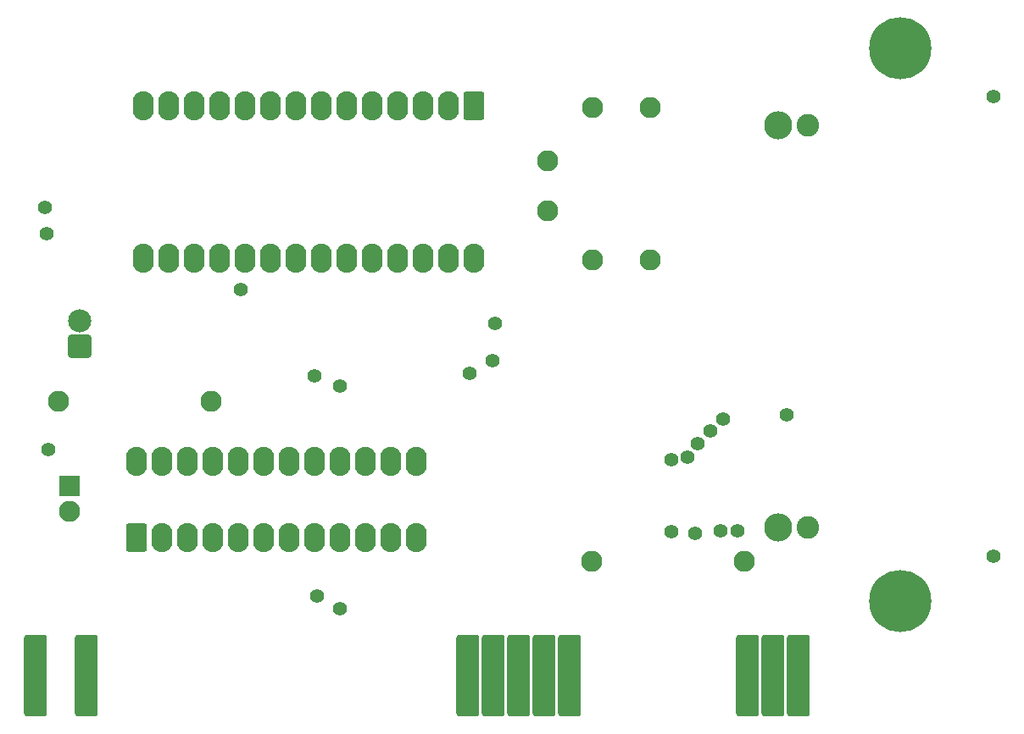
<source format=gbs>
%TF.GenerationSoftware,KiCad,Pcbnew,9.0.0*%
%TF.CreationDate,2025-03-26T11:16:54+02:00*%
%TF.ProjectId,xt-cf,78742d63-662e-46b6-9963-61645f706362,rev?*%
%TF.SameCoordinates,Original*%
%TF.FileFunction,Soldermask,Bot*%
%TF.FilePolarity,Negative*%
%FSLAX46Y46*%
G04 Gerber Fmt 4.6, Leading zero omitted, Abs format (unit mm)*
G04 Created by KiCad (PCBNEW 9.0.0) date 2025-03-26 11:16:54*
%MOMM*%
%LPD*%
G01*
G04 APERTURE LIST*
G04 Aperture macros list*
%AMRoundRect*
0 Rectangle with rounded corners*
0 $1 Rounding radius*
0 $2 $3 $4 $5 $6 $7 $8 $9 X,Y pos of 4 corners*
0 Add a 4 corners polygon primitive as box body*
4,1,4,$2,$3,$4,$5,$6,$7,$8,$9,$2,$3,0*
0 Add four circle primitives for the rounded corners*
1,1,$1+$1,$2,$3*
1,1,$1+$1,$4,$5*
1,1,$1+$1,$6,$7*
1,1,$1+$1,$8,$9*
0 Add four rect primitives between the rounded corners*
20,1,$1+$1,$2,$3,$4,$5,0*
20,1,$1+$1,$4,$5,$6,$7,0*
20,1,$1+$1,$6,$7,$8,$9,0*
20,1,$1+$1,$8,$9,$2,$3,0*%
G04 Aperture macros list end*
%ADD10RoundRect,0.329375X0.724625X-1.124625X0.724625X1.124625X-0.724625X1.124625X-0.724625X-1.124625X0*%
%ADD11O,2.108000X2.908000*%
%ADD12C,2.108000*%
%ADD13RoundRect,0.254000X-0.889000X-3.810000X0.889000X-3.810000X0.889000X3.810000X-0.889000X3.810000X0*%
%ADD14O,2.108000X2.108000*%
%ADD15RoundRect,0.254000X0.900000X-0.900000X0.900000X0.900000X-0.900000X0.900000X-0.900000X-0.900000X0*%
%ADD16C,2.308000*%
%ADD17RoundRect,0.329375X-0.724625X1.124625X-0.724625X-1.124625X0.724625X-1.124625X0.724625X1.124625X0*%
%ADD18C,1.407160*%
%ADD19C,2.809240*%
%ADD20C,2.258060*%
%ADD21RoundRect,0.254000X-0.800000X0.800000X-0.800000X-0.800000X0.800000X-0.800000X0.800000X0.800000X0*%
%ADD22C,6.208000*%
%ADD23C,1.397000*%
G04 APERTURE END LIST*
D10*
%TO.C,U1*%
X114180000Y-116620000D03*
D11*
X116720000Y-116620000D03*
X119260000Y-116620000D03*
X121800000Y-116620000D03*
X124340000Y-116620000D03*
X126880000Y-116620000D03*
X129420000Y-116620000D03*
X131960000Y-116620000D03*
X134500000Y-116620000D03*
X137040000Y-116620000D03*
X139580000Y-116620000D03*
X142120000Y-116620000D03*
X142120000Y-109000000D03*
X139580000Y-109000000D03*
X137040000Y-109000000D03*
X134500000Y-109000000D03*
X131960000Y-109000000D03*
X129420000Y-109000000D03*
X126880000Y-109000000D03*
X124340000Y-109000000D03*
X121800000Y-109000000D03*
X119260000Y-109000000D03*
X116720000Y-109000000D03*
X114180000Y-109000000D03*
%TD*%
D12*
%TO.C,C1*%
X155250000Y-84000000D03*
X155250000Y-79000000D03*
%TD*%
D13*
%TO.C,BUS1*%
X180340000Y-130492500D03*
X177800000Y-130492500D03*
X175260000Y-130492500D03*
X157480000Y-130492500D03*
X154940000Y-130492500D03*
X152400000Y-130492500D03*
X149860000Y-130492500D03*
X147320000Y-130492500D03*
X109220000Y-130492500D03*
X104140000Y-130492500D03*
%TD*%
D12*
%TO.C,R1*%
X106380000Y-103000000D03*
D14*
X121620000Y-103000000D03*
%TD*%
D12*
%TO.C,R3*%
X165500000Y-88870000D03*
D14*
X165500000Y-73630000D03*
%TD*%
D12*
%TO.C,R4*%
X159750000Y-88870000D03*
D14*
X159750000Y-73630000D03*
%TD*%
D15*
%TO.C,D1*%
X108500000Y-97500000D03*
D16*
X108500000Y-94960000D03*
%TD*%
D17*
%TO.C,U2*%
X147870000Y-73510000D03*
D11*
X145330000Y-73510000D03*
X142790000Y-73510000D03*
X140250000Y-73510000D03*
X137710000Y-73510000D03*
X135170000Y-73510000D03*
X132630000Y-73510000D03*
X130090000Y-73510000D03*
X127550000Y-73510000D03*
X125010000Y-73510000D03*
X122470000Y-73510000D03*
X119930000Y-73510000D03*
X117390000Y-73510000D03*
X114850000Y-73510000D03*
X114850000Y-88750000D03*
X117390000Y-88750000D03*
X119930000Y-88750000D03*
X122470000Y-88750000D03*
X125010000Y-88750000D03*
X127550000Y-88750000D03*
X130090000Y-88750000D03*
X132630000Y-88750000D03*
X135170000Y-88750000D03*
X137710000Y-88750000D03*
X140250000Y-88750000D03*
X142790000Y-88750000D03*
X145330000Y-88750000D03*
X147870000Y-88750000D03*
%TD*%
D18*
%TO.C,P1*%
X199747620Y-118567200D03*
D19*
X178249060Y-115687540D03*
D20*
X181248800Y-115687540D03*
D19*
X178249060Y-75447460D03*
D20*
X181248800Y-75447460D03*
D18*
X199747620Y-72567800D03*
%TD*%
D12*
%TO.C,R2*%
X174870000Y-119000000D03*
D14*
X159630000Y-119000000D03*
%TD*%
D21*
%TO.C,C2*%
X107500000Y-111500000D03*
D12*
X107500000Y-114000000D03*
%TD*%
D22*
%TO.C,H2*%
X190500000Y-123000000D03*
%TD*%
%TO.C,H1*%
X190500000Y-67750000D03*
%TD*%
D23*
X105022650Y-83629297D03*
X132250000Y-122500000D03*
X134500000Y-123750000D03*
X105386600Y-107863400D03*
X105250000Y-86250000D03*
X167640000Y-116110000D03*
X167612040Y-108887960D03*
X170000000Y-116250000D03*
X169223279Y-108585000D03*
X170250000Y-107250000D03*
X172500000Y-116000000D03*
X171500000Y-106000000D03*
X174250000Y-116000000D03*
X172750000Y-104775000D03*
X134500000Y-101500000D03*
X132000000Y-100500000D03*
X124625000Y-91875000D03*
X147500000Y-100250000D03*
X149750000Y-99000000D03*
X179095393Y-104404607D03*
X150000000Y-95250000D03*
M02*

</source>
